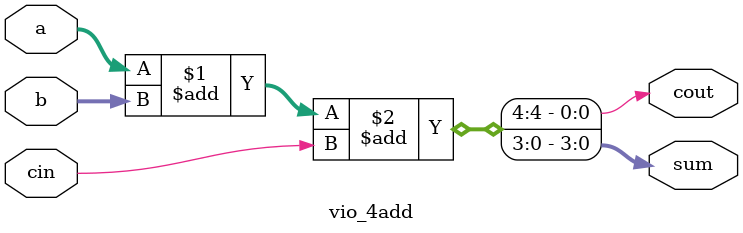
<source format=v>
`timescale 1ns / 1ps


module vio_4add(
    input [3:0] a,
    input [3:0] b,
    input cin,
    output [3:0] sum,
    output cout
    );
    assign {cout,sum} = a + b + cin;
endmodule

</source>
